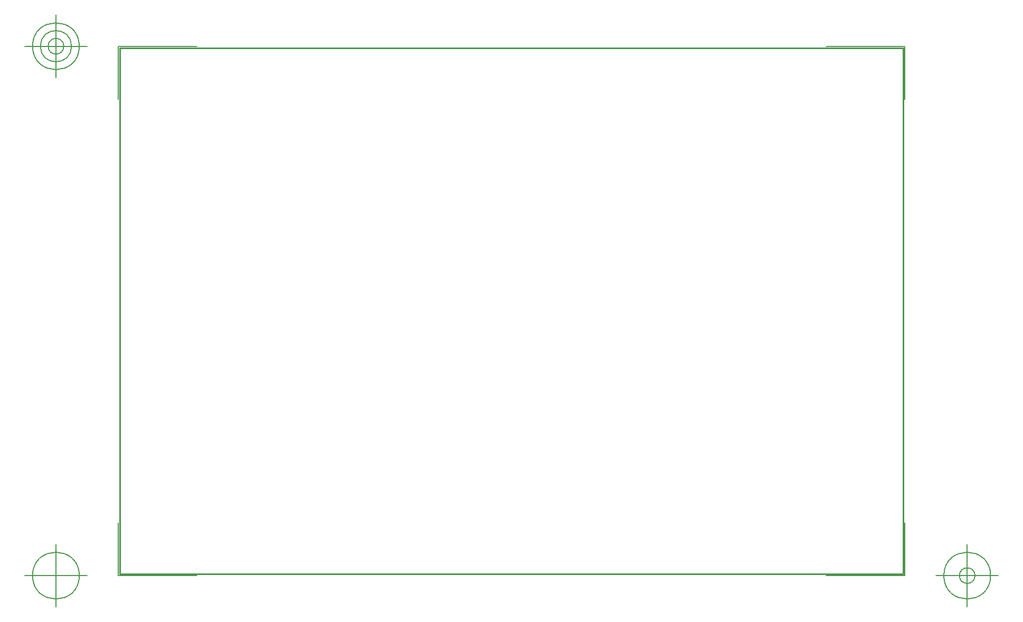
<source format=gbr>
G04 Generated by Ultiboard 13.0 *
%FSLAX25Y25*%
%MOIN*%

%ADD11C,0.01000*%
%ADD12C,0.00500*%


G04 ColorRGB 00FFFF for the following layer *
%LNBoard Outline*%
%LPD*%
G54D10*
G54D11*
X-1500Y42800D02*
X493100Y42800D01*
X493100Y375000D01*
X-1500Y375000D01*
X-1500Y42800D01*
G54D12*
X-2600Y41800D02*
X-2600Y75220D01*
X-2600Y41800D02*
X47070Y41800D01*
X494100Y41800D02*
X444430Y41800D01*
X494100Y41800D02*
X494100Y75220D01*
X494100Y376000D02*
X494100Y342580D01*
X494100Y376000D02*
X444430Y376000D01*
X-2600Y376000D02*
X47070Y376000D01*
X-2600Y376000D02*
X-2600Y342580D01*
X-22285Y41800D02*
X-61655Y41800D01*
X-41970Y22115D02*
X-41970Y61485D01*
X-56734Y41800D02*
G75*
D01*
G02X-56734Y41800I14764J0*
G01*
X513785Y41800D02*
X553155Y41800D01*
X533470Y22115D02*
X533470Y61485D01*
X518706Y41800D02*
G75*
D01*
G02X518706Y41800I14764J0*
G01*
X528549Y41800D02*
G75*
D01*
G02X528549Y41800I4921J0*
G01*
X-22285Y376000D02*
X-61655Y376000D01*
X-41970Y356315D02*
X-41970Y395685D01*
X-56734Y376000D02*
G75*
D01*
G02X-56734Y376000I14764J0*
G01*
X-51813Y376000D02*
G75*
D01*
G02X-51813Y376000I9843J0*
G01*
X-46891Y376000D02*
G75*
D01*
G02X-46891Y376000I4921J0*
G01*

M02*

</source>
